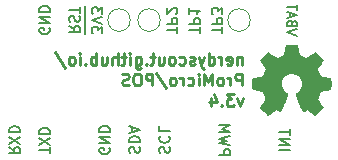
<source format=gbr>
G04 #@! TF.GenerationSoftware,KiCad,Pcbnew,5.1.5+dfsg1-2build2*
G04 #@! TF.CreationDate,2021-03-15T22:54:08+01:00*
G04 #@! TF.ProjectId,ProMicro_POS,50726f4d-6963-4726-9f5f-504f532e6b69,v3.4*
G04 #@! TF.SameCoordinates,Original*
G04 #@! TF.FileFunction,Legend,Bot*
G04 #@! TF.FilePolarity,Positive*
%FSLAX46Y46*%
G04 Gerber Fmt 4.6, Leading zero omitted, Abs format (unit mm)*
G04 Created by KiCad*
%MOMM*%
%LPD*%
G04 APERTURE LIST*
%ADD10C,0.200000*%
%ADD11C,0.250000*%
%ADD12C,0.010000*%
%ADD13C,0.120000*%
G04 APERTURE END LIST*
D10*
X149452857Y-99874285D02*
X150352857Y-99874285D01*
X149452857Y-99445714D02*
X150352857Y-99445714D01*
X149452857Y-98931428D01*
X150352857Y-98931428D01*
X150352857Y-98631428D02*
X150352857Y-98117142D01*
X149452857Y-98374285D02*
X150352857Y-98374285D01*
X144372857Y-100324285D02*
X145272857Y-100324285D01*
X145272857Y-99981428D01*
X145230000Y-99895714D01*
X145187142Y-99852857D01*
X145101428Y-99810000D01*
X144972857Y-99810000D01*
X144887142Y-99852857D01*
X144844285Y-99895714D01*
X144801428Y-99981428D01*
X144801428Y-100324285D01*
X145272857Y-99510000D02*
X144372857Y-99295714D01*
X145015714Y-99124285D01*
X144372857Y-98952857D01*
X145272857Y-98738571D01*
X144372857Y-98395714D02*
X145272857Y-98395714D01*
X144630000Y-98095714D01*
X145272857Y-97795714D01*
X144372857Y-97795714D01*
X134477857Y-90014285D02*
X134477857Y-89457142D01*
X134135000Y-89757142D01*
X134135000Y-89628571D01*
X134092142Y-89542857D01*
X134049285Y-89500000D01*
X133963571Y-89457142D01*
X133749285Y-89457142D01*
X133663571Y-89500000D01*
X133620714Y-89542857D01*
X133577857Y-89628571D01*
X133577857Y-89885714D01*
X133620714Y-89971428D01*
X133663571Y-90014285D01*
X134477857Y-89200000D02*
X133577857Y-88900000D01*
X134477857Y-88600000D01*
X134477857Y-88385714D02*
X134477857Y-87828571D01*
X134135000Y-88128571D01*
X134135000Y-88000000D01*
X134092142Y-87914285D01*
X134049285Y-87871428D01*
X133963571Y-87828571D01*
X133749285Y-87828571D01*
X133663571Y-87871428D01*
X133620714Y-87914285D01*
X133577857Y-88000000D01*
X133577857Y-88257142D01*
X133620714Y-88342857D01*
X133663571Y-88385714D01*
X132988000Y-90121428D02*
X132988000Y-89221428D01*
X131672857Y-89392857D02*
X132101428Y-89692857D01*
X131672857Y-89907142D02*
X132572857Y-89907142D01*
X132572857Y-89564285D01*
X132530000Y-89478571D01*
X132487142Y-89435714D01*
X132401428Y-89392857D01*
X132272857Y-89392857D01*
X132187142Y-89435714D01*
X132144285Y-89478571D01*
X132101428Y-89564285D01*
X132101428Y-89907142D01*
X132988000Y-89221428D02*
X132988000Y-88364285D01*
X131715714Y-89050000D02*
X131672857Y-88921428D01*
X131672857Y-88707142D01*
X131715714Y-88621428D01*
X131758571Y-88578571D01*
X131844285Y-88535714D01*
X131930000Y-88535714D01*
X132015714Y-88578571D01*
X132058571Y-88621428D01*
X132101428Y-88707142D01*
X132144285Y-88878571D01*
X132187142Y-88964285D01*
X132230000Y-89007142D01*
X132315714Y-89050000D01*
X132401428Y-89050000D01*
X132487142Y-89007142D01*
X132530000Y-88964285D01*
X132572857Y-88878571D01*
X132572857Y-88664285D01*
X132530000Y-88535714D01*
X132988000Y-88364285D02*
X132988000Y-87678571D01*
X132572857Y-88278571D02*
X132572857Y-87764285D01*
X131672857Y-88021428D02*
X132572857Y-88021428D01*
X129990000Y-89585714D02*
X130032857Y-89671428D01*
X130032857Y-89800000D01*
X129990000Y-89928571D01*
X129904285Y-90014285D01*
X129818571Y-90057142D01*
X129647142Y-90100000D01*
X129518571Y-90100000D01*
X129347142Y-90057142D01*
X129261428Y-90014285D01*
X129175714Y-89928571D01*
X129132857Y-89800000D01*
X129132857Y-89714285D01*
X129175714Y-89585714D01*
X129218571Y-89542857D01*
X129518571Y-89542857D01*
X129518571Y-89714285D01*
X129132857Y-89157142D02*
X130032857Y-89157142D01*
X129132857Y-88642857D01*
X130032857Y-88642857D01*
X129132857Y-88214285D02*
X130032857Y-88214285D01*
X130032857Y-88000000D01*
X129990000Y-87871428D01*
X129904285Y-87785714D01*
X129818571Y-87742857D01*
X129647142Y-87700000D01*
X129518571Y-87700000D01*
X129347142Y-87742857D01*
X129261428Y-87785714D01*
X129175714Y-87871428D01*
X129132857Y-88000000D01*
X129132857Y-88214285D01*
X126592857Y-99660000D02*
X127021428Y-99960000D01*
X126592857Y-100174285D02*
X127492857Y-100174285D01*
X127492857Y-99831428D01*
X127450000Y-99745714D01*
X127407142Y-99702857D01*
X127321428Y-99660000D01*
X127192857Y-99660000D01*
X127107142Y-99702857D01*
X127064285Y-99745714D01*
X127021428Y-99831428D01*
X127021428Y-100174285D01*
X127492857Y-99360000D02*
X126592857Y-98760000D01*
X127492857Y-98760000D02*
X126592857Y-99360000D01*
X126592857Y-98417142D02*
X127492857Y-98417142D01*
X127492857Y-98202857D01*
X127450000Y-98074285D01*
X127364285Y-97988571D01*
X127278571Y-97945714D01*
X127107142Y-97902857D01*
X126978571Y-97902857D01*
X126807142Y-97945714D01*
X126721428Y-97988571D01*
X126635714Y-98074285D01*
X126592857Y-98202857D01*
X126592857Y-98417142D01*
X130032857Y-100195714D02*
X130032857Y-99681428D01*
X129132857Y-99938571D02*
X130032857Y-99938571D01*
X130032857Y-99467142D02*
X129132857Y-98867142D01*
X130032857Y-98867142D02*
X129132857Y-99467142D01*
X129132857Y-98524285D02*
X130032857Y-98524285D01*
X130032857Y-98310000D01*
X129990000Y-98181428D01*
X129904285Y-98095714D01*
X129818571Y-98052857D01*
X129647142Y-98010000D01*
X129518571Y-98010000D01*
X129347142Y-98052857D01*
X129261428Y-98095714D01*
X129175714Y-98181428D01*
X129132857Y-98310000D01*
X129132857Y-98524285D01*
X135070000Y-99745714D02*
X135112857Y-99831428D01*
X135112857Y-99960000D01*
X135070000Y-100088571D01*
X134984285Y-100174285D01*
X134898571Y-100217142D01*
X134727142Y-100260000D01*
X134598571Y-100260000D01*
X134427142Y-100217142D01*
X134341428Y-100174285D01*
X134255714Y-100088571D01*
X134212857Y-99960000D01*
X134212857Y-99874285D01*
X134255714Y-99745714D01*
X134298571Y-99702857D01*
X134598571Y-99702857D01*
X134598571Y-99874285D01*
X134212857Y-99317142D02*
X135112857Y-99317142D01*
X134212857Y-98802857D01*
X135112857Y-98802857D01*
X134212857Y-98374285D02*
X135112857Y-98374285D01*
X135112857Y-98160000D01*
X135070000Y-98031428D01*
X134984285Y-97945714D01*
X134898571Y-97902857D01*
X134727142Y-97860000D01*
X134598571Y-97860000D01*
X134427142Y-97902857D01*
X134341428Y-97945714D01*
X134255714Y-98031428D01*
X134212857Y-98160000D01*
X134212857Y-98374285D01*
X136795714Y-100152857D02*
X136752857Y-100024285D01*
X136752857Y-99810000D01*
X136795714Y-99724285D01*
X136838571Y-99681428D01*
X136924285Y-99638571D01*
X137010000Y-99638571D01*
X137095714Y-99681428D01*
X137138571Y-99724285D01*
X137181428Y-99810000D01*
X137224285Y-99981428D01*
X137267142Y-100067142D01*
X137310000Y-100110000D01*
X137395714Y-100152857D01*
X137481428Y-100152857D01*
X137567142Y-100110000D01*
X137610000Y-100067142D01*
X137652857Y-99981428D01*
X137652857Y-99767142D01*
X137610000Y-99638571D01*
X136752857Y-99252857D02*
X137652857Y-99252857D01*
X137652857Y-99038571D01*
X137610000Y-98910000D01*
X137524285Y-98824285D01*
X137438571Y-98781428D01*
X137267142Y-98738571D01*
X137138571Y-98738571D01*
X136967142Y-98781428D01*
X136881428Y-98824285D01*
X136795714Y-98910000D01*
X136752857Y-99038571D01*
X136752857Y-99252857D01*
X137010000Y-98395714D02*
X137010000Y-97967142D01*
X136752857Y-98481428D02*
X137652857Y-98181428D01*
X136752857Y-97881428D01*
X139335714Y-100131428D02*
X139292857Y-100002857D01*
X139292857Y-99788571D01*
X139335714Y-99702857D01*
X139378571Y-99660000D01*
X139464285Y-99617142D01*
X139550000Y-99617142D01*
X139635714Y-99660000D01*
X139678571Y-99702857D01*
X139721428Y-99788571D01*
X139764285Y-99960000D01*
X139807142Y-100045714D01*
X139850000Y-100088571D01*
X139935714Y-100131428D01*
X140021428Y-100131428D01*
X140107142Y-100088571D01*
X140150000Y-100045714D01*
X140192857Y-99960000D01*
X140192857Y-99745714D01*
X140150000Y-99617142D01*
X139378571Y-98717142D02*
X139335714Y-98760000D01*
X139292857Y-98888571D01*
X139292857Y-98974285D01*
X139335714Y-99102857D01*
X139421428Y-99188571D01*
X139507142Y-99231428D01*
X139678571Y-99274285D01*
X139807142Y-99274285D01*
X139978571Y-99231428D01*
X140064285Y-99188571D01*
X140150000Y-99102857D01*
X140192857Y-98974285D01*
X140192857Y-98888571D01*
X140150000Y-98760000D01*
X140107142Y-98717142D01*
X139292857Y-97902857D02*
X139292857Y-98331428D01*
X140192857Y-98331428D01*
D11*
X146284404Y-92015714D02*
X146284404Y-92682380D01*
X146284404Y-92110952D02*
X146236785Y-92063333D01*
X146141547Y-92015714D01*
X145998690Y-92015714D01*
X145903452Y-92063333D01*
X145855833Y-92158571D01*
X145855833Y-92682380D01*
X144998690Y-92634761D02*
X145093928Y-92682380D01*
X145284404Y-92682380D01*
X145379642Y-92634761D01*
X145427261Y-92539523D01*
X145427261Y-92158571D01*
X145379642Y-92063333D01*
X145284404Y-92015714D01*
X145093928Y-92015714D01*
X144998690Y-92063333D01*
X144951071Y-92158571D01*
X144951071Y-92253809D01*
X145427261Y-92349047D01*
X144522500Y-92682380D02*
X144522500Y-92015714D01*
X144522500Y-92206190D02*
X144474880Y-92110952D01*
X144427261Y-92063333D01*
X144332023Y-92015714D01*
X144236785Y-92015714D01*
X143474880Y-92682380D02*
X143474880Y-91682380D01*
X143474880Y-92634761D02*
X143570119Y-92682380D01*
X143760595Y-92682380D01*
X143855833Y-92634761D01*
X143903452Y-92587142D01*
X143951071Y-92491904D01*
X143951071Y-92206190D01*
X143903452Y-92110952D01*
X143855833Y-92063333D01*
X143760595Y-92015714D01*
X143570119Y-92015714D01*
X143474880Y-92063333D01*
X143093928Y-92015714D02*
X142855833Y-92682380D01*
X142617738Y-92015714D02*
X142855833Y-92682380D01*
X142951071Y-92920476D01*
X142998690Y-92968095D01*
X143093928Y-93015714D01*
X142284404Y-92634761D02*
X142189166Y-92682380D01*
X141998690Y-92682380D01*
X141903452Y-92634761D01*
X141855833Y-92539523D01*
X141855833Y-92491904D01*
X141903452Y-92396666D01*
X141998690Y-92349047D01*
X142141547Y-92349047D01*
X142236785Y-92301428D01*
X142284404Y-92206190D01*
X142284404Y-92158571D01*
X142236785Y-92063333D01*
X142141547Y-92015714D01*
X141998690Y-92015714D01*
X141903452Y-92063333D01*
X140998690Y-92634761D02*
X141093928Y-92682380D01*
X141284404Y-92682380D01*
X141379642Y-92634761D01*
X141427261Y-92587142D01*
X141474880Y-92491904D01*
X141474880Y-92206190D01*
X141427261Y-92110952D01*
X141379642Y-92063333D01*
X141284404Y-92015714D01*
X141093928Y-92015714D01*
X140998690Y-92063333D01*
X140427261Y-92682380D02*
X140522500Y-92634761D01*
X140570119Y-92587142D01*
X140617738Y-92491904D01*
X140617738Y-92206190D01*
X140570119Y-92110952D01*
X140522500Y-92063333D01*
X140427261Y-92015714D01*
X140284404Y-92015714D01*
X140189166Y-92063333D01*
X140141547Y-92110952D01*
X140093928Y-92206190D01*
X140093928Y-92491904D01*
X140141547Y-92587142D01*
X140189166Y-92634761D01*
X140284404Y-92682380D01*
X140427261Y-92682380D01*
X139236785Y-92015714D02*
X139236785Y-92682380D01*
X139665357Y-92015714D02*
X139665357Y-92539523D01*
X139617738Y-92634761D01*
X139522500Y-92682380D01*
X139379642Y-92682380D01*
X139284404Y-92634761D01*
X139236785Y-92587142D01*
X138903452Y-92015714D02*
X138522500Y-92015714D01*
X138760595Y-91682380D02*
X138760595Y-92539523D01*
X138712976Y-92634761D01*
X138617738Y-92682380D01*
X138522500Y-92682380D01*
X138189166Y-92587142D02*
X138141547Y-92634761D01*
X138189166Y-92682380D01*
X138236785Y-92634761D01*
X138189166Y-92587142D01*
X138189166Y-92682380D01*
X137284404Y-92015714D02*
X137284404Y-92825238D01*
X137332023Y-92920476D01*
X137379642Y-92968095D01*
X137474880Y-93015714D01*
X137617738Y-93015714D01*
X137712976Y-92968095D01*
X137284404Y-92634761D02*
X137379642Y-92682380D01*
X137570119Y-92682380D01*
X137665357Y-92634761D01*
X137712976Y-92587142D01*
X137760595Y-92491904D01*
X137760595Y-92206190D01*
X137712976Y-92110952D01*
X137665357Y-92063333D01*
X137570119Y-92015714D01*
X137379642Y-92015714D01*
X137284404Y-92063333D01*
X136808214Y-92682380D02*
X136808214Y-92015714D01*
X136808214Y-91682380D02*
X136855833Y-91730000D01*
X136808214Y-91777619D01*
X136760595Y-91730000D01*
X136808214Y-91682380D01*
X136808214Y-91777619D01*
X136474880Y-92015714D02*
X136093928Y-92015714D01*
X136332023Y-91682380D02*
X136332023Y-92539523D01*
X136284404Y-92634761D01*
X136189166Y-92682380D01*
X136093928Y-92682380D01*
X135760595Y-92682380D02*
X135760595Y-91682380D01*
X135332023Y-92682380D02*
X135332023Y-92158571D01*
X135379642Y-92063333D01*
X135474880Y-92015714D01*
X135617738Y-92015714D01*
X135712976Y-92063333D01*
X135760595Y-92110952D01*
X134427261Y-92015714D02*
X134427261Y-92682380D01*
X134855833Y-92015714D02*
X134855833Y-92539523D01*
X134808214Y-92634761D01*
X134712976Y-92682380D01*
X134570119Y-92682380D01*
X134474880Y-92634761D01*
X134427261Y-92587142D01*
X133951071Y-92682380D02*
X133951071Y-91682380D01*
X133951071Y-92063333D02*
X133855833Y-92015714D01*
X133665357Y-92015714D01*
X133570119Y-92063333D01*
X133522500Y-92110952D01*
X133474880Y-92206190D01*
X133474880Y-92491904D01*
X133522500Y-92587142D01*
X133570119Y-92634761D01*
X133665357Y-92682380D01*
X133855833Y-92682380D01*
X133951071Y-92634761D01*
X133046309Y-92587142D02*
X132998690Y-92634761D01*
X133046309Y-92682380D01*
X133093928Y-92634761D01*
X133046309Y-92587142D01*
X133046309Y-92682380D01*
X132570119Y-92682380D02*
X132570119Y-92015714D01*
X132570119Y-91682380D02*
X132617738Y-91730000D01*
X132570119Y-91777619D01*
X132522500Y-91730000D01*
X132570119Y-91682380D01*
X132570119Y-91777619D01*
X131951071Y-92682380D02*
X132046309Y-92634761D01*
X132093928Y-92587142D01*
X132141547Y-92491904D01*
X132141547Y-92206190D01*
X132093928Y-92110952D01*
X132046309Y-92063333D01*
X131951071Y-92015714D01*
X131808214Y-92015714D01*
X131712976Y-92063333D01*
X131665357Y-92110952D01*
X131617738Y-92206190D01*
X131617738Y-92491904D01*
X131665357Y-92587142D01*
X131712976Y-92634761D01*
X131808214Y-92682380D01*
X131951071Y-92682380D01*
X130474880Y-91634761D02*
X131332023Y-92920476D01*
X146284404Y-94432380D02*
X146284404Y-93432380D01*
X145903452Y-93432380D01*
X145808214Y-93480000D01*
X145760595Y-93527619D01*
X145712976Y-93622857D01*
X145712976Y-93765714D01*
X145760595Y-93860952D01*
X145808214Y-93908571D01*
X145903452Y-93956190D01*
X146284404Y-93956190D01*
X145284404Y-94432380D02*
X145284404Y-93765714D01*
X145284404Y-93956190D02*
X145236785Y-93860952D01*
X145189166Y-93813333D01*
X145093928Y-93765714D01*
X144998690Y-93765714D01*
X144522500Y-94432380D02*
X144617738Y-94384761D01*
X144665357Y-94337142D01*
X144712976Y-94241904D01*
X144712976Y-93956190D01*
X144665357Y-93860952D01*
X144617738Y-93813333D01*
X144522500Y-93765714D01*
X144379642Y-93765714D01*
X144284404Y-93813333D01*
X144236785Y-93860952D01*
X144189166Y-93956190D01*
X144189166Y-94241904D01*
X144236785Y-94337142D01*
X144284404Y-94384761D01*
X144379642Y-94432380D01*
X144522500Y-94432380D01*
X143760595Y-94432380D02*
X143760595Y-93432380D01*
X143427261Y-94146666D01*
X143093928Y-93432380D01*
X143093928Y-94432380D01*
X142617738Y-94432380D02*
X142617738Y-93765714D01*
X142617738Y-93432380D02*
X142665357Y-93480000D01*
X142617738Y-93527619D01*
X142570119Y-93480000D01*
X142617738Y-93432380D01*
X142617738Y-93527619D01*
X141712976Y-94384761D02*
X141808214Y-94432380D01*
X141998690Y-94432380D01*
X142093928Y-94384761D01*
X142141547Y-94337142D01*
X142189166Y-94241904D01*
X142189166Y-93956190D01*
X142141547Y-93860952D01*
X142093928Y-93813333D01*
X141998690Y-93765714D01*
X141808214Y-93765714D01*
X141712976Y-93813333D01*
X141284404Y-94432380D02*
X141284404Y-93765714D01*
X141284404Y-93956190D02*
X141236785Y-93860952D01*
X141189166Y-93813333D01*
X141093928Y-93765714D01*
X140998690Y-93765714D01*
X140522500Y-94432380D02*
X140617738Y-94384761D01*
X140665357Y-94337142D01*
X140712976Y-94241904D01*
X140712976Y-93956190D01*
X140665357Y-93860952D01*
X140617738Y-93813333D01*
X140522500Y-93765714D01*
X140379642Y-93765714D01*
X140284404Y-93813333D01*
X140236785Y-93860952D01*
X140189166Y-93956190D01*
X140189166Y-94241904D01*
X140236785Y-94337142D01*
X140284404Y-94384761D01*
X140379642Y-94432380D01*
X140522500Y-94432380D01*
X139046309Y-93384761D02*
X139903452Y-94670476D01*
X138712976Y-94432380D02*
X138712976Y-93432380D01*
X138332023Y-93432380D01*
X138236785Y-93480000D01*
X138189166Y-93527619D01*
X138141547Y-93622857D01*
X138141547Y-93765714D01*
X138189166Y-93860952D01*
X138236785Y-93908571D01*
X138332023Y-93956190D01*
X138712976Y-93956190D01*
X137522500Y-93432380D02*
X137332023Y-93432380D01*
X137236785Y-93480000D01*
X137141547Y-93575238D01*
X137093928Y-93765714D01*
X137093928Y-94099047D01*
X137141547Y-94289523D01*
X137236785Y-94384761D01*
X137332023Y-94432380D01*
X137522500Y-94432380D01*
X137617738Y-94384761D01*
X137712976Y-94289523D01*
X137760595Y-94099047D01*
X137760595Y-93765714D01*
X137712976Y-93575238D01*
X137617738Y-93480000D01*
X137522500Y-93432380D01*
X136712976Y-94384761D02*
X136570119Y-94432380D01*
X136332023Y-94432380D01*
X136236785Y-94384761D01*
X136189166Y-94337142D01*
X136141547Y-94241904D01*
X136141547Y-94146666D01*
X136189166Y-94051428D01*
X136236785Y-94003809D01*
X136332023Y-93956190D01*
X136522500Y-93908571D01*
X136617738Y-93860952D01*
X136665357Y-93813333D01*
X136712976Y-93718095D01*
X136712976Y-93622857D01*
X136665357Y-93527619D01*
X136617738Y-93480000D01*
X136522500Y-93432380D01*
X136284404Y-93432380D01*
X136141547Y-93480000D01*
X146379642Y-95515714D02*
X146141547Y-96182380D01*
X145903452Y-95515714D01*
X145617738Y-95182380D02*
X144998690Y-95182380D01*
X145332023Y-95563333D01*
X145189166Y-95563333D01*
X145093928Y-95610952D01*
X145046309Y-95658571D01*
X144998690Y-95753809D01*
X144998690Y-95991904D01*
X145046309Y-96087142D01*
X145093928Y-96134761D01*
X145189166Y-96182380D01*
X145474880Y-96182380D01*
X145570119Y-96134761D01*
X145617738Y-96087142D01*
X144570119Y-96087142D02*
X144522500Y-96134761D01*
X144570119Y-96182380D01*
X144617738Y-96134761D01*
X144570119Y-96087142D01*
X144570119Y-96182380D01*
X143665357Y-95515714D02*
X143665357Y-96182380D01*
X143903452Y-95134761D02*
X144141547Y-95849047D01*
X143522500Y-95849047D01*
D12*
G36*
X149939186Y-91448931D02*
G01*
X149855365Y-91893555D01*
X149546080Y-92021053D01*
X149236794Y-92148551D01*
X148865754Y-91896246D01*
X148761843Y-91825996D01*
X148667913Y-91763272D01*
X148588348Y-91710938D01*
X148527530Y-91671857D01*
X148489843Y-91648893D01*
X148479579Y-91643942D01*
X148461090Y-91656676D01*
X148421580Y-91691882D01*
X148365478Y-91745062D01*
X148297213Y-91811718D01*
X148221214Y-91887354D01*
X148141908Y-91967472D01*
X148063725Y-92047574D01*
X147991093Y-92123164D01*
X147928441Y-92189745D01*
X147880197Y-92242818D01*
X147850790Y-92277887D01*
X147843759Y-92289623D01*
X147853877Y-92311260D01*
X147882241Y-92358662D01*
X147925871Y-92427193D01*
X147981782Y-92512215D01*
X148046994Y-92609093D01*
X148084781Y-92664350D01*
X148153657Y-92765248D01*
X148214860Y-92856299D01*
X148265422Y-92932970D01*
X148302372Y-92990728D01*
X148322742Y-93025043D01*
X148325803Y-93032254D01*
X148318864Y-93052748D01*
X148299949Y-93100513D01*
X148271913Y-93168832D01*
X148237609Y-93250989D01*
X148199891Y-93340270D01*
X148161613Y-93429958D01*
X148125630Y-93513338D01*
X148094794Y-93583694D01*
X148071961Y-93634310D01*
X148059983Y-93658471D01*
X148059276Y-93659422D01*
X148040469Y-93664036D01*
X147990382Y-93674328D01*
X147914207Y-93689287D01*
X147817135Y-93707901D01*
X147704357Y-93729159D01*
X147638558Y-93741418D01*
X147518050Y-93764362D01*
X147409203Y-93786195D01*
X147317524Y-93805722D01*
X147248519Y-93821748D01*
X147207696Y-93833079D01*
X147199489Y-93836674D01*
X147191452Y-93861006D01*
X147184967Y-93915959D01*
X147180030Y-93995108D01*
X147176636Y-94092026D01*
X147174782Y-94200287D01*
X147174462Y-94313465D01*
X147175673Y-94425135D01*
X147178410Y-94528868D01*
X147182669Y-94618241D01*
X147188445Y-94686826D01*
X147195733Y-94728197D01*
X147200105Y-94736810D01*
X147226236Y-94747133D01*
X147281607Y-94761892D01*
X147358893Y-94779352D01*
X147450770Y-94797780D01*
X147482842Y-94803741D01*
X147637476Y-94832066D01*
X147759625Y-94854876D01*
X147853327Y-94873080D01*
X147922616Y-94887583D01*
X147971529Y-94899292D01*
X148004103Y-94909115D01*
X148024372Y-94917956D01*
X148036374Y-94926724D01*
X148038053Y-94928457D01*
X148054816Y-94956371D01*
X148080386Y-95010695D01*
X148112212Y-95084777D01*
X148147740Y-95171965D01*
X148184417Y-95265608D01*
X148219689Y-95359052D01*
X148251004Y-95445647D01*
X148275807Y-95518740D01*
X148291546Y-95571678D01*
X148295668Y-95597811D01*
X148295324Y-95598726D01*
X148281359Y-95620086D01*
X148249678Y-95667084D01*
X148203609Y-95734827D01*
X148146482Y-95818423D01*
X148081627Y-95912982D01*
X148063157Y-95939854D01*
X147997301Y-96037275D01*
X147939350Y-96126163D01*
X147892462Y-96201412D01*
X147859793Y-96257920D01*
X147844500Y-96290581D01*
X147843759Y-96294593D01*
X147856608Y-96315684D01*
X147892112Y-96357464D01*
X147945707Y-96415445D01*
X148012829Y-96485135D01*
X148088913Y-96562045D01*
X148169396Y-96641683D01*
X148249713Y-96719561D01*
X148325301Y-96791186D01*
X148391595Y-96852070D01*
X148444031Y-96897721D01*
X148478045Y-96923650D01*
X148487455Y-96927883D01*
X148509357Y-96917912D01*
X148554200Y-96891020D01*
X148614679Y-96851736D01*
X148661211Y-96820117D01*
X148745525Y-96762098D01*
X148845374Y-96693784D01*
X148945527Y-96625579D01*
X148999373Y-96589075D01*
X149181629Y-96465800D01*
X149334619Y-96548520D01*
X149404318Y-96584759D01*
X149463586Y-96612926D01*
X149503689Y-96628991D01*
X149513897Y-96631226D01*
X149526171Y-96614722D01*
X149550387Y-96568082D01*
X149584737Y-96495609D01*
X149627412Y-96401606D01*
X149676606Y-96290374D01*
X149730510Y-96166215D01*
X149787316Y-96033432D01*
X149845218Y-95896327D01*
X149902407Y-95759202D01*
X149957076Y-95626358D01*
X150007416Y-95502098D01*
X150051620Y-95390725D01*
X150087881Y-95296539D01*
X150114391Y-95223844D01*
X150129342Y-95176941D01*
X150131746Y-95160833D01*
X150112689Y-95140286D01*
X150070964Y-95106933D01*
X150015294Y-95067702D01*
X150010622Y-95064599D01*
X149866736Y-94949423D01*
X149750717Y-94815053D01*
X149663570Y-94665784D01*
X149606301Y-94505913D01*
X149579914Y-94339737D01*
X149585415Y-94171552D01*
X149623810Y-94005655D01*
X149696105Y-93846342D01*
X149717374Y-93811487D01*
X149828004Y-93670737D01*
X149958698Y-93557714D01*
X150104936Y-93473003D01*
X150262192Y-93417194D01*
X150425943Y-93390874D01*
X150591667Y-93394630D01*
X150754838Y-93429050D01*
X150910935Y-93494723D01*
X151055433Y-93592235D01*
X151100131Y-93631813D01*
X151213888Y-93755703D01*
X151296782Y-93886124D01*
X151353644Y-94032315D01*
X151385313Y-94177088D01*
X151393131Y-94339860D01*
X151367062Y-94503440D01*
X151309755Y-94662298D01*
X151223856Y-94810906D01*
X151112014Y-94943735D01*
X150976877Y-95055256D01*
X150959117Y-95067011D01*
X150902850Y-95105508D01*
X150860077Y-95138863D01*
X150839628Y-95160160D01*
X150839331Y-95160833D01*
X150843721Y-95183871D01*
X150861124Y-95236157D01*
X150889732Y-95313390D01*
X150927735Y-95411268D01*
X150973326Y-95525491D01*
X151024697Y-95651758D01*
X151080038Y-95785767D01*
X151137542Y-95923218D01*
X151195399Y-96059808D01*
X151251802Y-96191237D01*
X151304942Y-96313205D01*
X151353010Y-96421409D01*
X151394199Y-96511549D01*
X151426699Y-96579323D01*
X151448703Y-96620430D01*
X151457564Y-96631226D01*
X151484640Y-96622819D01*
X151535303Y-96600272D01*
X151600817Y-96567613D01*
X151636841Y-96548520D01*
X151789832Y-96465800D01*
X151972088Y-96589075D01*
X152065125Y-96652228D01*
X152166985Y-96721727D01*
X152262438Y-96787165D01*
X152310250Y-96820117D01*
X152377495Y-96865273D01*
X152434436Y-96901057D01*
X152473646Y-96922938D01*
X152486381Y-96927563D01*
X152504917Y-96915085D01*
X152545941Y-96880252D01*
X152605475Y-96826678D01*
X152679542Y-96757983D01*
X152764165Y-96677781D01*
X152817685Y-96626286D01*
X152911319Y-96534286D01*
X152992241Y-96451999D01*
X153057177Y-96382945D01*
X153102858Y-96330644D01*
X153126011Y-96298616D01*
X153128232Y-96292116D01*
X153117924Y-96267394D01*
X153089439Y-96217405D01*
X153045937Y-96147212D01*
X152990577Y-96061875D01*
X152926520Y-95966456D01*
X152908303Y-95939854D01*
X152841927Y-95843167D01*
X152782378Y-95756117D01*
X152732984Y-95683595D01*
X152697075Y-95630493D01*
X152677981Y-95601703D01*
X152676136Y-95598726D01*
X152678895Y-95575782D01*
X152693538Y-95525336D01*
X152717513Y-95454041D01*
X152748266Y-95368547D01*
X152783244Y-95275507D01*
X152819893Y-95181574D01*
X152855661Y-95093399D01*
X152887994Y-95017634D01*
X152914338Y-94960931D01*
X152932142Y-94929943D01*
X152933407Y-94928457D01*
X152944294Y-94919601D01*
X152962682Y-94910843D01*
X152992606Y-94901277D01*
X153038103Y-94889996D01*
X153103209Y-94876093D01*
X153191961Y-94858663D01*
X153308393Y-94836798D01*
X153456542Y-94809591D01*
X153488618Y-94803741D01*
X153583686Y-94785374D01*
X153666565Y-94767405D01*
X153729930Y-94751569D01*
X153766458Y-94739600D01*
X153771356Y-94736810D01*
X153779427Y-94712072D01*
X153785987Y-94656790D01*
X153791033Y-94577389D01*
X153794559Y-94480296D01*
X153796561Y-94371938D01*
X153797036Y-94258740D01*
X153795977Y-94147128D01*
X153793382Y-94043529D01*
X153789246Y-93954368D01*
X153783563Y-93886072D01*
X153776331Y-93845066D01*
X153771971Y-93836674D01*
X153747698Y-93828208D01*
X153692426Y-93814435D01*
X153611662Y-93796550D01*
X153510912Y-93775748D01*
X153395683Y-93753223D01*
X153332902Y-93741418D01*
X153213787Y-93719151D01*
X153107565Y-93698979D01*
X153019427Y-93681915D01*
X152954566Y-93668969D01*
X152918174Y-93661155D01*
X152912184Y-93659422D01*
X152902061Y-93639890D01*
X152880662Y-93592843D01*
X152850839Y-93525003D01*
X152815445Y-93443091D01*
X152777332Y-93353828D01*
X152739353Y-93263935D01*
X152704360Y-93180135D01*
X152675206Y-93109147D01*
X152654743Y-93057694D01*
X152645823Y-93032497D01*
X152645657Y-93031396D01*
X152655769Y-93011519D01*
X152684117Y-92965777D01*
X152727723Y-92898717D01*
X152783606Y-92814884D01*
X152848787Y-92718826D01*
X152886679Y-92663650D01*
X152955725Y-92562481D01*
X153017050Y-92470630D01*
X153067663Y-92392744D01*
X153104571Y-92333469D01*
X153124782Y-92297451D01*
X153127701Y-92289377D01*
X153115153Y-92270584D01*
X153080463Y-92230457D01*
X153028063Y-92173493D01*
X152962384Y-92104185D01*
X152887856Y-92027031D01*
X152808913Y-91946525D01*
X152729983Y-91867163D01*
X152655500Y-91793440D01*
X152589894Y-91729852D01*
X152537596Y-91680894D01*
X152503039Y-91651061D01*
X152491478Y-91643942D01*
X152472654Y-91653953D01*
X152427631Y-91682078D01*
X152360787Y-91725454D01*
X152276499Y-91781218D01*
X152179144Y-91846506D01*
X152105707Y-91896246D01*
X151734667Y-92148551D01*
X151116095Y-91893555D01*
X151032275Y-91448931D01*
X150948454Y-91004307D01*
X150023006Y-91004307D01*
X149939186Y-91448931D01*
G37*
X149939186Y-91448931D02*
X149855365Y-91893555D01*
X149546080Y-92021053D01*
X149236794Y-92148551D01*
X148865754Y-91896246D01*
X148761843Y-91825996D01*
X148667913Y-91763272D01*
X148588348Y-91710938D01*
X148527530Y-91671857D01*
X148489843Y-91648893D01*
X148479579Y-91643942D01*
X148461090Y-91656676D01*
X148421580Y-91691882D01*
X148365478Y-91745062D01*
X148297213Y-91811718D01*
X148221214Y-91887354D01*
X148141908Y-91967472D01*
X148063725Y-92047574D01*
X147991093Y-92123164D01*
X147928441Y-92189745D01*
X147880197Y-92242818D01*
X147850790Y-92277887D01*
X147843759Y-92289623D01*
X147853877Y-92311260D01*
X147882241Y-92358662D01*
X147925871Y-92427193D01*
X147981782Y-92512215D01*
X148046994Y-92609093D01*
X148084781Y-92664350D01*
X148153657Y-92765248D01*
X148214860Y-92856299D01*
X148265422Y-92932970D01*
X148302372Y-92990728D01*
X148322742Y-93025043D01*
X148325803Y-93032254D01*
X148318864Y-93052748D01*
X148299949Y-93100513D01*
X148271913Y-93168832D01*
X148237609Y-93250989D01*
X148199891Y-93340270D01*
X148161613Y-93429958D01*
X148125630Y-93513338D01*
X148094794Y-93583694D01*
X148071961Y-93634310D01*
X148059983Y-93658471D01*
X148059276Y-93659422D01*
X148040469Y-93664036D01*
X147990382Y-93674328D01*
X147914207Y-93689287D01*
X147817135Y-93707901D01*
X147704357Y-93729159D01*
X147638558Y-93741418D01*
X147518050Y-93764362D01*
X147409203Y-93786195D01*
X147317524Y-93805722D01*
X147248519Y-93821748D01*
X147207696Y-93833079D01*
X147199489Y-93836674D01*
X147191452Y-93861006D01*
X147184967Y-93915959D01*
X147180030Y-93995108D01*
X147176636Y-94092026D01*
X147174782Y-94200287D01*
X147174462Y-94313465D01*
X147175673Y-94425135D01*
X147178410Y-94528868D01*
X147182669Y-94618241D01*
X147188445Y-94686826D01*
X147195733Y-94728197D01*
X147200105Y-94736810D01*
X147226236Y-94747133D01*
X147281607Y-94761892D01*
X147358893Y-94779352D01*
X147450770Y-94797780D01*
X147482842Y-94803741D01*
X147637476Y-94832066D01*
X147759625Y-94854876D01*
X147853327Y-94873080D01*
X147922616Y-94887583D01*
X147971529Y-94899292D01*
X148004103Y-94909115D01*
X148024372Y-94917956D01*
X148036374Y-94926724D01*
X148038053Y-94928457D01*
X148054816Y-94956371D01*
X148080386Y-95010695D01*
X148112212Y-95084777D01*
X148147740Y-95171965D01*
X148184417Y-95265608D01*
X148219689Y-95359052D01*
X148251004Y-95445647D01*
X148275807Y-95518740D01*
X148291546Y-95571678D01*
X148295668Y-95597811D01*
X148295324Y-95598726D01*
X148281359Y-95620086D01*
X148249678Y-95667084D01*
X148203609Y-95734827D01*
X148146482Y-95818423D01*
X148081627Y-95912982D01*
X148063157Y-95939854D01*
X147997301Y-96037275D01*
X147939350Y-96126163D01*
X147892462Y-96201412D01*
X147859793Y-96257920D01*
X147844500Y-96290581D01*
X147843759Y-96294593D01*
X147856608Y-96315684D01*
X147892112Y-96357464D01*
X147945707Y-96415445D01*
X148012829Y-96485135D01*
X148088913Y-96562045D01*
X148169396Y-96641683D01*
X148249713Y-96719561D01*
X148325301Y-96791186D01*
X148391595Y-96852070D01*
X148444031Y-96897721D01*
X148478045Y-96923650D01*
X148487455Y-96927883D01*
X148509357Y-96917912D01*
X148554200Y-96891020D01*
X148614679Y-96851736D01*
X148661211Y-96820117D01*
X148745525Y-96762098D01*
X148845374Y-96693784D01*
X148945527Y-96625579D01*
X148999373Y-96589075D01*
X149181629Y-96465800D01*
X149334619Y-96548520D01*
X149404318Y-96584759D01*
X149463586Y-96612926D01*
X149503689Y-96628991D01*
X149513897Y-96631226D01*
X149526171Y-96614722D01*
X149550387Y-96568082D01*
X149584737Y-96495609D01*
X149627412Y-96401606D01*
X149676606Y-96290374D01*
X149730510Y-96166215D01*
X149787316Y-96033432D01*
X149845218Y-95896327D01*
X149902407Y-95759202D01*
X149957076Y-95626358D01*
X150007416Y-95502098D01*
X150051620Y-95390725D01*
X150087881Y-95296539D01*
X150114391Y-95223844D01*
X150129342Y-95176941D01*
X150131746Y-95160833D01*
X150112689Y-95140286D01*
X150070964Y-95106933D01*
X150015294Y-95067702D01*
X150010622Y-95064599D01*
X149866736Y-94949423D01*
X149750717Y-94815053D01*
X149663570Y-94665784D01*
X149606301Y-94505913D01*
X149579914Y-94339737D01*
X149585415Y-94171552D01*
X149623810Y-94005655D01*
X149696105Y-93846342D01*
X149717374Y-93811487D01*
X149828004Y-93670737D01*
X149958698Y-93557714D01*
X150104936Y-93473003D01*
X150262192Y-93417194D01*
X150425943Y-93390874D01*
X150591667Y-93394630D01*
X150754838Y-93429050D01*
X150910935Y-93494723D01*
X151055433Y-93592235D01*
X151100131Y-93631813D01*
X151213888Y-93755703D01*
X151296782Y-93886124D01*
X151353644Y-94032315D01*
X151385313Y-94177088D01*
X151393131Y-94339860D01*
X151367062Y-94503440D01*
X151309755Y-94662298D01*
X151223856Y-94810906D01*
X151112014Y-94943735D01*
X150976877Y-95055256D01*
X150959117Y-95067011D01*
X150902850Y-95105508D01*
X150860077Y-95138863D01*
X150839628Y-95160160D01*
X150839331Y-95160833D01*
X150843721Y-95183871D01*
X150861124Y-95236157D01*
X150889732Y-95313390D01*
X150927735Y-95411268D01*
X150973326Y-95525491D01*
X151024697Y-95651758D01*
X151080038Y-95785767D01*
X151137542Y-95923218D01*
X151195399Y-96059808D01*
X151251802Y-96191237D01*
X151304942Y-96313205D01*
X151353010Y-96421409D01*
X151394199Y-96511549D01*
X151426699Y-96579323D01*
X151448703Y-96620430D01*
X151457564Y-96631226D01*
X151484640Y-96622819D01*
X151535303Y-96600272D01*
X151600817Y-96567613D01*
X151636841Y-96548520D01*
X151789832Y-96465800D01*
X151972088Y-96589075D01*
X152065125Y-96652228D01*
X152166985Y-96721727D01*
X152262438Y-96787165D01*
X152310250Y-96820117D01*
X152377495Y-96865273D01*
X152434436Y-96901057D01*
X152473646Y-96922938D01*
X152486381Y-96927563D01*
X152504917Y-96915085D01*
X152545941Y-96880252D01*
X152605475Y-96826678D01*
X152679542Y-96757983D01*
X152764165Y-96677781D01*
X152817685Y-96626286D01*
X152911319Y-96534286D01*
X152992241Y-96451999D01*
X153057177Y-96382945D01*
X153102858Y-96330644D01*
X153126011Y-96298616D01*
X153128232Y-96292116D01*
X153117924Y-96267394D01*
X153089439Y-96217405D01*
X153045937Y-96147212D01*
X152990577Y-96061875D01*
X152926520Y-95966456D01*
X152908303Y-95939854D01*
X152841927Y-95843167D01*
X152782378Y-95756117D01*
X152732984Y-95683595D01*
X152697075Y-95630493D01*
X152677981Y-95601703D01*
X152676136Y-95598726D01*
X152678895Y-95575782D01*
X152693538Y-95525336D01*
X152717513Y-95454041D01*
X152748266Y-95368547D01*
X152783244Y-95275507D01*
X152819893Y-95181574D01*
X152855661Y-95093399D01*
X152887994Y-95017634D01*
X152914338Y-94960931D01*
X152932142Y-94929943D01*
X152933407Y-94928457D01*
X152944294Y-94919601D01*
X152962682Y-94910843D01*
X152992606Y-94901277D01*
X153038103Y-94889996D01*
X153103209Y-94876093D01*
X153191961Y-94858663D01*
X153308393Y-94836798D01*
X153456542Y-94809591D01*
X153488618Y-94803741D01*
X153583686Y-94785374D01*
X153666565Y-94767405D01*
X153729930Y-94751569D01*
X153766458Y-94739600D01*
X153771356Y-94736810D01*
X153779427Y-94712072D01*
X153785987Y-94656790D01*
X153791033Y-94577389D01*
X153794559Y-94480296D01*
X153796561Y-94371938D01*
X153797036Y-94258740D01*
X153795977Y-94147128D01*
X153793382Y-94043529D01*
X153789246Y-93954368D01*
X153783563Y-93886072D01*
X153776331Y-93845066D01*
X153771971Y-93836674D01*
X153747698Y-93828208D01*
X153692426Y-93814435D01*
X153611662Y-93796550D01*
X153510912Y-93775748D01*
X153395683Y-93753223D01*
X153332902Y-93741418D01*
X153213787Y-93719151D01*
X153107565Y-93698979D01*
X153019427Y-93681915D01*
X152954566Y-93668969D01*
X152918174Y-93661155D01*
X152912184Y-93659422D01*
X152902061Y-93639890D01*
X152880662Y-93592843D01*
X152850839Y-93525003D01*
X152815445Y-93443091D01*
X152777332Y-93353828D01*
X152739353Y-93263935D01*
X152704360Y-93180135D01*
X152675206Y-93109147D01*
X152654743Y-93057694D01*
X152645823Y-93032497D01*
X152645657Y-93031396D01*
X152655769Y-93011519D01*
X152684117Y-92965777D01*
X152727723Y-92898717D01*
X152783606Y-92814884D01*
X152848787Y-92718826D01*
X152886679Y-92663650D01*
X152955725Y-92562481D01*
X153017050Y-92470630D01*
X153067663Y-92392744D01*
X153104571Y-92333469D01*
X153124782Y-92297451D01*
X153127701Y-92289377D01*
X153115153Y-92270584D01*
X153080463Y-92230457D01*
X153028063Y-92173493D01*
X152962384Y-92104185D01*
X152887856Y-92027031D01*
X152808913Y-91946525D01*
X152729983Y-91867163D01*
X152655500Y-91793440D01*
X152589894Y-91729852D01*
X152537596Y-91680894D01*
X152503039Y-91651061D01*
X152491478Y-91643942D01*
X152472654Y-91653953D01*
X152427631Y-91682078D01*
X152360787Y-91725454D01*
X152276499Y-91781218D01*
X152179144Y-91846506D01*
X152105707Y-91896246D01*
X151734667Y-92148551D01*
X151116095Y-91893555D01*
X151032275Y-91448931D01*
X150948454Y-91004307D01*
X150023006Y-91004307D01*
X149939186Y-91448931D01*
D13*
X136840000Y-88900000D02*
G75*
G03X136840000Y-88900000I-950000J0D01*
G01*
X139380000Y-88900000D02*
G75*
G03X139380000Y-88900000I-950000J0D01*
G01*
X147000000Y-88900000D02*
G75*
G03X147000000Y-88900000I-950000J0D01*
G01*
D10*
X140827857Y-90035714D02*
X140827857Y-89521428D01*
X139927857Y-89778571D02*
X140827857Y-89778571D01*
X139927857Y-89221428D02*
X140827857Y-89221428D01*
X140827857Y-88878571D01*
X140785000Y-88792857D01*
X140742142Y-88750000D01*
X140656428Y-88707142D01*
X140527857Y-88707142D01*
X140442142Y-88750000D01*
X140399285Y-88792857D01*
X140356428Y-88878571D01*
X140356428Y-89221428D01*
X140742142Y-88364285D02*
X140785000Y-88321428D01*
X140827857Y-88235714D01*
X140827857Y-88021428D01*
X140785000Y-87935714D01*
X140742142Y-87892857D01*
X140656428Y-87850000D01*
X140570714Y-87850000D01*
X140442142Y-87892857D01*
X139927857Y-88407142D01*
X139927857Y-87850000D01*
X142732857Y-90035714D02*
X142732857Y-89521428D01*
X141832857Y-89778571D02*
X142732857Y-89778571D01*
X141832857Y-89221428D02*
X142732857Y-89221428D01*
X142732857Y-88878571D01*
X142690000Y-88792857D01*
X142647142Y-88750000D01*
X142561428Y-88707142D01*
X142432857Y-88707142D01*
X142347142Y-88750000D01*
X142304285Y-88792857D01*
X142261428Y-88878571D01*
X142261428Y-89221428D01*
X141832857Y-87850000D02*
X141832857Y-88364285D01*
X141832857Y-88107142D02*
X142732857Y-88107142D01*
X142604285Y-88192857D01*
X142518571Y-88278571D01*
X142475714Y-88364285D01*
X144637857Y-90035714D02*
X144637857Y-89521428D01*
X143737857Y-89778571D02*
X144637857Y-89778571D01*
X143737857Y-89221428D02*
X144637857Y-89221428D01*
X144637857Y-88878571D01*
X144595000Y-88792857D01*
X144552142Y-88750000D01*
X144466428Y-88707142D01*
X144337857Y-88707142D01*
X144252142Y-88750000D01*
X144209285Y-88792857D01*
X144166428Y-88878571D01*
X144166428Y-89221428D01*
X144637857Y-88407142D02*
X144637857Y-87850000D01*
X144295000Y-88150000D01*
X144295000Y-88021428D01*
X144252142Y-87935714D01*
X144209285Y-87892857D01*
X144123571Y-87850000D01*
X143909285Y-87850000D01*
X143823571Y-87892857D01*
X143780714Y-87935714D01*
X143737857Y-88021428D01*
X143737857Y-88278571D01*
X143780714Y-88364285D01*
X143823571Y-88407142D01*
X150933095Y-90214285D02*
X150133095Y-89947619D01*
X150933095Y-89680952D01*
X150552142Y-89147619D02*
X150514047Y-89033333D01*
X150475952Y-88995238D01*
X150399761Y-88957142D01*
X150285476Y-88957142D01*
X150209285Y-88995238D01*
X150171190Y-89033333D01*
X150133095Y-89109523D01*
X150133095Y-89414285D01*
X150933095Y-89414285D01*
X150933095Y-89147619D01*
X150895000Y-89071428D01*
X150856904Y-89033333D01*
X150780714Y-88995238D01*
X150704523Y-88995238D01*
X150628333Y-89033333D01*
X150590238Y-89071428D01*
X150552142Y-89147619D01*
X150552142Y-89414285D01*
X150361666Y-88652380D02*
X150361666Y-88271428D01*
X150133095Y-88728571D02*
X150933095Y-88461904D01*
X150133095Y-88195238D01*
X150933095Y-88042857D02*
X150933095Y-87585714D01*
X150133095Y-87814285D02*
X150933095Y-87814285D01*
M02*

</source>
